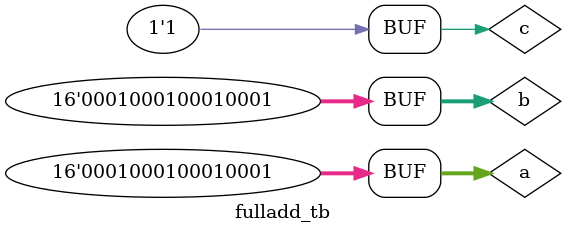
<source format=v>
module fulladd_tb();
reg[15:0]a,b;
reg c;
wire[15:0]s;
wire cout;

fulladd16 r1(a,b,c,s,cout);
initial
begin
a=16'h1111;
b=16'h1111;
c=1;
end
initial
begin
$monitor($time," %b, %b, %b, %b, %b ",a,b,c,s,cout);
end


endmodule
</source>
